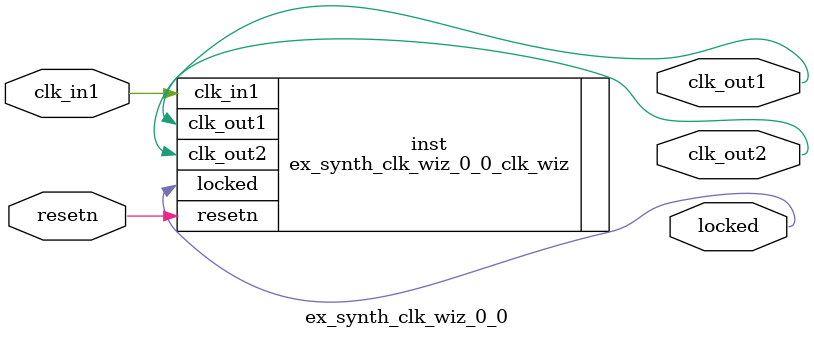
<source format=v>


`timescale 1ps/1ps

(* CORE_GENERATION_INFO = "ex_synth_clk_wiz_0_0,clk_wiz_v6_0_3_0_0,{component_name=ex_synth_clk_wiz_0_0,use_phase_alignment=true,use_min_o_jitter=false,use_max_i_jitter=false,use_dyn_phase_shift=false,use_inclk_switchover=false,use_dyn_reconfig=false,enable_axi=0,feedback_source=FDBK_AUTO,PRIMITIVE=MMCM,num_out_clk=2,clkin1_period=10.000,clkin2_period=10.000,use_power_down=false,use_reset=true,use_locked=true,use_inclk_stopped=false,feedback_type=SINGLE,CLOCK_MGR_TYPE=NA,manual_override=false}" *)

module ex_synth_clk_wiz_0_0 
 (
  // Clock out ports
  output        clk_out1,
  output        clk_out2,
  // Status and control signals
  input         resetn,
  output        locked,
 // Clock in ports
  input         clk_in1
 );

  ex_synth_clk_wiz_0_0_clk_wiz inst
  (
  // Clock out ports  
  .clk_out1(clk_out1),
  .clk_out2(clk_out2),
  // Status and control signals               
  .resetn(resetn), 
  .locked(locked),
 // Clock in ports
  .clk_in1(clk_in1)
  );

endmodule

</source>
